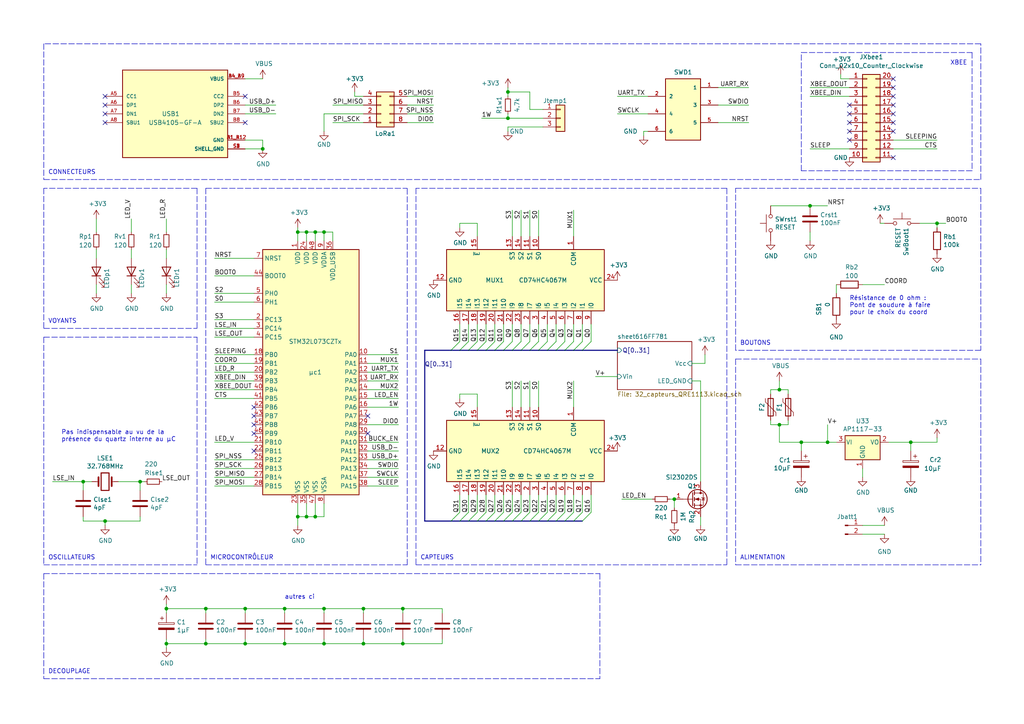
<source format=kicad_sch>
(kicad_sch (version 20211123) (generator eeschema)
  (paper "A4")
  (title_block (title "SysBee - Carte de comptage") (rev "1") (company "IUT de Cachan - GEII"))
  (junction (at 234.95 59.69))
  (junction (at 116.84 186.69))
  (junction (at 88.9 67.31))
  (junction (at 147.32 34.29))
  (junction (at 30.48 151.13))
  (junction (at 76.2 43.18))
  (junction (at 82.55 176.53))
  (junction (at 59.69 176.53))
  (junction (at 86.36 149.86))
  (junction (at 240.03 128.27))
  (junction (at 40.64 139.7))
  (junction (at 91.44 67.31))
  (junction (at 105.41 176.53))
  (junction (at 82.55 186.69))
  (junction (at 24.13 139.7))
  (junction (at 226.06 123.19))
  (junction (at 88.9 149.86))
  (junction (at 71.12 186.69))
  (junction (at 226.06 113.03))
  (junction (at 93.98 186.69))
  (junction (at 93.98 67.31))
  (junction (at 71.12 176.53))
  (junction (at 232.41 128.27))
  (junction (at 48.26 176.53))
  (junction (at 116.84 176.53))
  (junction (at 59.69 186.69))
  (junction (at 93.98 176.53))
  (junction (at 271.78 64.77))
  (junction (at 147.32 26.67))
  (junction (at 86.36 67.31))
  (junction (at 264.16 128.27))
  (junction (at 195.58 144.78))
  (junction (at 91.44 149.86))
  (junction (at 105.41 186.69))
  (junction (at 48.26 186.69))
  (no_connect (at 73.66 120.65))
  (no_connect (at 30.48 33.02))
  (no_connect (at 259.08 22.86))
  (no_connect (at 259.08 45.72))
  (no_connect (at 259.08 38.1))
  (no_connect (at 259.08 35.56))
  (no_connect (at 259.08 33.02))
  (no_connect (at 259.08 30.48))
  (no_connect (at 259.08 27.94))
  (no_connect (at 259.08 25.4))
  (no_connect (at 246.38 38.1))
  (no_connect (at 246.38 40.64))
  (no_connect (at 73.66 125.73))
  (no_connect (at 30.48 30.48))
  (no_connect (at 73.66 130.81))
  (no_connect (at 71.12 27.94))
  (no_connect (at 73.66 123.19))
  (no_connect (at 30.48 35.56))
  (no_connect (at 30.48 27.94))
  (no_connect (at 106.68 125.73))
  (no_connect (at 246.38 30.48))
  (no_connect (at 71.12 35.56))
  (no_connect (at 106.68 120.65))
  (no_connect (at 246.38 33.02))
  (no_connect (at 73.66 118.11))
  (no_connect (at 246.38 35.56))
  (bus_entry (at 140.97 148.59) (size -2.54 2.54))
  (bus_entry (at 171.45 148.59) (size -2.54 2.54))
  (bus_entry (at 151.13 99.06) (size -2.54 2.54))
  (bus_entry (at 138.43 99.06) (size -2.54 2.54))
  (bus_entry (at 133.35 148.59) (size -2.54 2.54))
  (bus_entry (at 168.91 148.59) (size -2.54 2.54))
  (bus_entry (at 148.59 148.59) (size -2.54 2.54))
  (bus_entry (at 143.51 99.06) (size -2.54 2.54))
  (bus_entry (at 153.67 148.59) (size -2.54 2.54))
  (bus_entry (at 161.29 148.59) (size -2.54 2.54))
  (bus_entry (at 163.83 148.59) (size -2.54 2.54))
  (bus_entry (at 153.67 99.06) (size -2.54 2.54))
  (bus_entry (at 163.83 99.06) (size -2.54 2.54))
  (bus_entry (at 161.29 99.06) (size -2.54 2.54))
  (bus_entry (at 135.89 99.06) (size -2.54 2.54))
  (bus_entry (at 168.91 99.06) (size -2.54 2.54))
  (bus_entry (at 146.05 99.06) (size -2.54 2.54))
  (bus_entry (at 138.43 148.59) (size -2.54 2.54))
  (bus_entry (at 156.21 99.06) (size -2.54 2.54))
  (bus_entry (at 143.51 148.59) (size -2.54 2.54))
  (bus_entry (at 166.37 148.59) (size -2.54 2.54))
  (bus_entry (at 151.13 148.59) (size -2.54 2.54))
  (bus_entry (at 148.59 99.06) (size -2.54 2.54))
  (bus_entry (at 133.35 99.06) (size -2.54 2.54))
  (bus_entry (at 146.05 148.59) (size -2.54 2.54))
  (bus_entry (at 140.97 99.06) (size -2.54 2.54))
  (bus_entry (at 158.75 99.06) (size -2.54 2.54))
  (bus_entry (at 135.89 148.59) (size -2.54 2.54))
  (bus_entry (at 158.75 148.59) (size -2.54 2.54))
  (bus_entry (at 156.21 148.59) (size -2.54 2.54))
  (bus_entry (at 166.37 99.06) (size -2.54 2.54))
  (bus_entry (at 171.45 99.06) (size -2.54 2.54))
  (wire (pts (xy 264.16 128.27) (xy 271.78 128.27)))
  (wire (pts (xy 86.36 149.86) (xy 88.9 149.86)))
  (wire (pts (xy 105.41 186.69) (xy 93.98 186.69)))
  (wire (pts (xy 48.26 186.69) (xy 48.26 185.42)))
  (wire (pts (xy 168.91 93.98) (xy 168.91 99.06)))
  (polyline (pts (xy 12.7 95.25) (xy 57.15 95.25)))
  (wire (pts (xy 217.17 35.56) (xy 208.28 35.56)))
  (wire (pts (xy 147.32 36.83) (xy 147.32 38.1)))
  (wire (pts (xy 59.69 186.69) (xy 48.26 186.69)))
  (wire (pts (xy 86.36 152.4) (xy 86.36 149.86)))
  (wire (pts (xy 48.26 82.55) (xy 48.26 85.09)))
  (wire (pts (xy 71.12 22.86) (xy 76.2 22.86)))
  (polyline (pts (xy 173.99 166.37) (xy 173.99 196.85)))
  (polyline (pts (xy 57.15 54.61) (xy 57.15 95.25)))
  (bus (pts (xy 123.19 151.13) (xy 130.81 151.13)))
  (wire (pts (xy 38.1 63.5) (xy 38.1 67.31)))
  (wire (pts (xy 234.95 43.18) (xy 246.38 43.18)))
  (wire (pts (xy 106.68 113.03) (xy 115.57 113.03)))
  (polyline (pts (xy 213.36 104.14) (xy 213.36 163.83)))
  (wire (pts (xy 204.47 105.41) (xy 204.47 102.87)))
  (bus (pts (xy 146.05 101.6) (xy 148.59 101.6)))
  (wire (pts (xy 93.98 177.8) (xy 93.98 176.53)))
  (wire (pts (xy 147.32 34.29) (xy 157.48 34.29)))
  (wire (pts (xy 62.23 113.03) (xy 73.66 113.03)))
  (wire (pts (xy 82.55 185.42) (xy 82.55 186.69)))
  (wire (pts (xy 195.58 147.32) (xy 195.58 144.78)))
  (wire (pts (xy 91.44 69.85) (xy 91.44 67.31)))
  (bus (pts (xy 140.97 151.13) (xy 143.51 151.13)))
  (polyline (pts (xy 118.11 163.83) (xy 118.11 54.61)))
  (wire (pts (xy 240.03 59.69) (xy 234.95 59.69)))
  (wire (pts (xy 223.52 113.03) (xy 226.06 113.03)))
  (wire (pts (xy 38.1 72.39) (xy 38.1 74.93)))
  (wire (pts (xy 226.06 128.27) (xy 232.41 128.27)))
  (wire (pts (xy 40.64 139.7) (xy 40.64 142.24)))
  (wire (pts (xy 232.41 128.27) (xy 240.03 128.27)))
  (wire (pts (xy 27.94 72.39) (xy 27.94 74.93)))
  (wire (pts (xy 62.23 105.41) (xy 73.66 105.41)))
  (wire (pts (xy 62.23 74.93) (xy 73.66 74.93)))
  (wire (pts (xy 62.23 85.09) (xy 73.66 85.09)))
  (wire (pts (xy 172.72 109.22) (xy 179.07 109.22)))
  (wire (pts (xy 24.13 139.7) (xy 26.67 139.7)))
  (bus (pts (xy 156.21 151.13) (xy 158.75 151.13)))
  (wire (pts (xy 105.41 185.42) (xy 105.41 186.69)))
  (wire (pts (xy 38.1 82.55) (xy 38.1 85.09)))
  (wire (pts (xy 158.75 93.98) (xy 158.75 99.06)))
  (wire (pts (xy 259.08 43.18) (xy 271.78 43.18)))
  (wire (pts (xy 226.06 113.03) (xy 228.6 113.03)))
  (wire (pts (xy 228.6 123.19) (xy 228.6 121.92)))
  (polyline (pts (xy 210.82 54.61) (xy 210.82 163.83)))
  (bus (pts (xy 163.83 151.13) (xy 166.37 151.13)))
  (wire (pts (xy 138.43 114.3) (xy 138.43 118.11)))
  (wire (pts (xy 62.23 92.71) (xy 73.66 92.71)))
  (wire (pts (xy 147.32 25.4) (xy 147.32 26.67)))
  (wire (pts (xy 88.9 67.31) (xy 91.44 67.31)))
  (polyline (pts (xy 284.48 54.61) (xy 284.48 101.6)))
  (wire (pts (xy 93.98 185.42) (xy 93.98 186.69)))
  (wire (pts (xy 133.35 64.77) (xy 138.43 64.77)))
  (wire (pts (xy 148.59 143.51) (xy 148.59 148.59)))
  (wire (pts (xy 73.66 102.87) (xy 62.23 102.87)))
  (wire (pts (xy 115.57 110.49) (xy 106.68 110.49)))
  (wire (pts (xy 106.68 138.43) (xy 115.57 138.43)))
  (wire (pts (xy 153.67 93.98) (xy 153.67 99.06)))
  (wire (pts (xy 186.69 38.1) (xy 186.69 39.37)))
  (bus (pts (xy 130.81 151.13) (xy 133.35 151.13)))
  (wire (pts (xy 138.43 93.98) (xy 138.43 99.06)))
  (wire (pts (xy 73.66 138.43) (xy 62.23 138.43)))
  (wire (pts (xy 195.58 144.78) (xy 194.31 144.78)))
  (polyline (pts (xy 12.7 166.37) (xy 173.99 166.37)))
  (wire (pts (xy 153.67 148.59) (xy 153.67 143.51)))
  (bus (pts (xy 143.51 151.13) (xy 146.05 151.13)))
  (wire (pts (xy 93.98 149.86) (xy 93.98 146.05)))
  (bus (pts (xy 158.75 101.6) (xy 161.29 101.6)))
  (wire (pts (xy 257.81 128.27) (xy 264.16 128.27)))
  (wire (pts (xy 62.23 110.49) (xy 73.66 110.49)))
  (wire (pts (xy 271.78 64.77) (xy 271.78 66.04)))
  (bus (pts (xy 153.67 101.6) (xy 156.21 101.6)))
  (wire (pts (xy 140.97 148.59) (xy 140.97 143.51)))
  (wire (pts (xy 73.66 87.63) (xy 62.23 87.63)))
  (wire (pts (xy 148.59 93.98) (xy 148.59 99.06)))
  (wire (pts (xy 166.37 148.59) (xy 166.37 143.51)))
  (wire (pts (xy 71.12 185.42) (xy 71.12 186.69)))
  (wire (pts (xy 146.05 93.98) (xy 146.05 99.06)))
  (wire (pts (xy 118.11 27.94) (xy 125.73 27.94)))
  (bus (pts (xy 138.43 101.6) (xy 140.97 101.6)))
  (wire (pts (xy 147.32 33.02) (xy 147.32 34.29)))
  (bus (pts (xy 148.59 101.6) (xy 151.13 101.6)))
  (polyline (pts (xy 284.48 101.6) (xy 213.36 101.6)))
  (bus (pts (xy 151.13 101.6) (xy 153.67 101.6)))
  (wire (pts (xy 161.29 148.59) (xy 161.29 143.51)))
  (wire (pts (xy 106.68 128.27) (xy 115.57 128.27)))
  (wire (pts (xy 93.98 176.53) (xy 105.41 176.53)))
  (wire (pts (xy 264.16 130.81) (xy 264.16 128.27)))
  (wire (pts (xy 156.21 118.11) (xy 156.21 110.49)))
  (polyline (pts (xy 284.48 52.07) (xy 284.48 12.7)))
  (wire (pts (xy 232.41 130.81) (xy 232.41 128.27)))
  (wire (pts (xy 82.55 176.53) (xy 93.98 176.53)))
  (bus (pts (xy 163.83 101.6) (xy 166.37 101.6)))
  (bus (pts (xy 135.89 151.13) (xy 138.43 151.13)))
  (wire (pts (xy 86.36 67.31) (xy 86.36 66.04)))
  (wire (pts (xy 271.78 127) (xy 271.78 128.27)))
  (bus (pts (xy 153.67 151.13) (xy 156.21 151.13)))
  (bus (pts (xy 146.05 151.13) (xy 148.59 151.13)))
  (wire (pts (xy 240.03 128.27) (xy 242.57 128.27)))
  (wire (pts (xy 62.23 115.57) (xy 73.66 115.57)))
  (bus (pts (xy 123.19 151.13) (xy 123.19 101.6)))
  (wire (pts (xy 30.48 151.13) (xy 30.48 152.4)))
  (wire (pts (xy 24.13 149.86) (xy 24.13 151.13)))
  (polyline (pts (xy 12.7 12.7) (xy 12.7 52.07)))
  (wire (pts (xy 243.84 22.86) (xy 246.38 22.86)))
  (wire (pts (xy 135.89 99.06) (xy 135.89 93.98)))
  (wire (pts (xy 180.34 144.78) (xy 189.23 144.78)))
  (wire (pts (xy 40.64 139.7) (xy 41.91 139.7)))
  (wire (pts (xy 153.67 26.67) (xy 153.67 31.75)))
  (wire (pts (xy 203.2 152.4) (xy 203.2 149.86)))
  (wire (pts (xy 59.69 177.8) (xy 59.69 176.53)))
  (wire (pts (xy 48.26 187.96) (xy 48.26 186.69)))
  (polyline (pts (xy 120.65 54.61) (xy 120.65 163.83)))
  (polyline (pts (xy 281.94 49.53) (xy 232.41 49.53)))
  (wire (pts (xy 138.43 143.51) (xy 138.43 148.59)))
  (wire (pts (xy 80.01 30.48) (xy 71.12 30.48)))
  (wire (pts (xy 179.07 33.02) (xy 187.96 33.02)))
  (wire (pts (xy 242.57 82.55) (xy 242.57 85.09)))
  (wire (pts (xy 143.51 143.51) (xy 143.51 148.59)))
  (polyline (pts (xy 12.7 52.07) (xy 284.48 52.07)))
  (wire (pts (xy 96.52 30.48) (xy 105.41 30.48)))
  (wire (pts (xy 274.32 64.77) (xy 271.78 64.77)))
  (polyline (pts (xy 213.36 163.83) (xy 284.48 163.83)))
  (wire (pts (xy 73.66 97.79) (xy 62.23 97.79)))
  (wire (pts (xy 105.41 176.53) (xy 116.84 176.53)))
  (wire (pts (xy 116.84 176.53) (xy 128.27 176.53)))
  (bus (pts (xy 143.51 101.6) (xy 146.05 101.6)))
  (wire (pts (xy 118.11 35.56) (xy 125.73 35.56)))
  (wire (pts (xy 62.23 140.97) (xy 73.66 140.97)))
  (wire (pts (xy 116.84 185.42) (xy 116.84 186.69)))
  (wire (pts (xy 156.21 68.58) (xy 156.21 60.96)))
  (polyline (pts (xy 57.15 54.61) (xy 12.7 54.61)))
  (wire (pts (xy 133.35 143.51) (xy 133.35 148.59)))
  (wire (pts (xy 166.37 99.06) (xy 166.37 93.98)))
  (wire (pts (xy 153.67 31.75) (xy 157.48 31.75)))
  (bus (pts (xy 130.81 101.6) (xy 133.35 101.6)))
  (wire (pts (xy 125.73 33.02) (xy 118.11 33.02)))
  (wire (pts (xy 115.57 140.97) (xy 106.68 140.97)))
  (wire (pts (xy 71.12 186.69) (xy 59.69 186.69)))
  (wire (pts (xy 223.52 113.03) (xy 223.52 114.3)))
  (wire (pts (xy 106.68 133.35) (xy 115.57 133.35)))
  (polyline (pts (xy 12.7 54.61) (xy 12.7 95.25)))
  (wire (pts (xy 86.36 67.31) (xy 86.36 69.85)))
  (wire (pts (xy 171.45 93.98) (xy 171.45 99.06)))
  (polyline (pts (xy 12.7 97.79) (xy 12.7 163.83)))
  (wire (pts (xy 76.2 40.64) (xy 76.2 43.18)))
  (wire (pts (xy 62.23 95.25) (xy 73.66 95.25)))
  (wire (pts (xy 161.29 99.06) (xy 161.29 93.98)))
  (wire (pts (xy 24.13 151.13) (xy 30.48 151.13)))
  (wire (pts (xy 250.19 138.43) (xy 250.19 135.89)))
  (wire (pts (xy 133.35 66.04) (xy 133.35 64.77)))
  (wire (pts (xy 200.66 110.49) (xy 203.2 110.49)))
  (bus (pts (xy 158.75 151.13) (xy 161.29 151.13)))
  (bus (pts (xy 123.19 101.6) (xy 130.81 101.6)))
  (wire (pts (xy 96.52 67.31) (xy 93.98 67.31)))
  (wire (pts (xy 34.29 139.7) (xy 40.64 139.7)))
  (wire (pts (xy 148.59 68.58) (xy 148.59 60.96)))
  (polyline (pts (xy 232.41 15.24) (xy 281.94 15.24)))
  (polyline (pts (xy 59.69 54.61) (xy 118.11 54.61)))
  (wire (pts (xy 147.32 26.67) (xy 147.32 27.94)))
  (wire (pts (xy 148.59 118.11) (xy 148.59 110.49)))
  (wire (pts (xy 128.27 176.53) (xy 128.27 177.8)))
  (wire (pts (xy 71.12 177.8) (xy 71.12 176.53)))
  (wire (pts (xy 88.9 149.86) (xy 91.44 149.86)))
  (wire (pts (xy 171.45 148.59) (xy 171.45 143.51)))
  (polyline (pts (xy 210.82 54.61) (xy 120.65 54.61)))
  (wire (pts (xy 203.2 110.49) (xy 203.2 139.7)))
  (wire (pts (xy 71.12 33.02) (xy 80.01 33.02)))
  (wire (pts (xy 151.13 68.58) (xy 151.13 60.96)))
  (bus (pts (xy 133.35 151.13) (xy 135.89 151.13)))
  (polyline (pts (xy 213.36 54.61) (xy 284.48 54.61)))
  (wire (pts (xy 226.06 123.19) (xy 226.06 128.27)))
  (wire (pts (xy 133.35 114.3) (xy 138.43 114.3)))
  (bus (pts (xy 161.29 151.13) (xy 163.83 151.13)))
  (wire (pts (xy 243.84 21.59) (xy 243.84 22.86)))
  (wire (pts (xy 151.13 93.98) (xy 151.13 99.06)))
  (wire (pts (xy 240.03 123.19) (xy 240.03 128.27)))
  (polyline (pts (xy 12.7 163.83) (xy 57.15 163.83)))
  (bus (pts (xy 156.21 101.6) (xy 158.75 101.6)))
  (wire (pts (xy 48.26 176.53) (xy 59.69 176.53)))
  (polyline (pts (xy 59.69 54.61) (xy 59.69 163.83)))
  (wire (pts (xy 106.68 107.95) (xy 115.57 107.95)))
  (wire (pts (xy 48.26 176.53) (xy 48.26 177.8)))
  (wire (pts (xy 88.9 69.85) (xy 88.9 67.31)))
  (wire (pts (xy 128.27 186.69) (xy 116.84 186.69)))
  (bus (pts (xy 148.59 151.13) (xy 151.13 151.13)))
  (wire (pts (xy 217.17 25.4) (xy 208.28 25.4)))
  (wire (pts (xy 234.95 69.85) (xy 234.95 67.31)))
  (wire (pts (xy 96.52 35.56) (xy 105.41 35.56)))
  (wire (pts (xy 48.26 175.26) (xy 48.26 176.53)))
  (wire (pts (xy 106.68 102.87) (xy 115.57 102.87)))
  (wire (pts (xy 91.44 67.31) (xy 93.98 67.31)))
  (wire (pts (xy 24.13 142.24) (xy 24.13 139.7)))
  (bus (pts (xy 151.13 151.13) (xy 153.67 151.13)))
  (wire (pts (xy 48.26 63.5) (xy 48.26 67.31)))
  (wire (pts (xy 115.57 123.19) (xy 106.68 123.19)))
  (wire (pts (xy 102.87 27.94) (xy 105.41 27.94)))
  (wire (pts (xy 256.54 152.4) (xy 250.19 152.4)))
  (wire (pts (xy 93.98 38.1) (xy 93.98 33.02)))
  (bus (pts (xy 166.37 101.6) (xy 168.91 101.6)))
  (wire (pts (xy 115.57 135.89) (xy 106.68 135.89)))
  (wire (pts (xy 82.55 177.8) (xy 82.55 176.53)))
  (wire (pts (xy 71.12 43.18) (xy 76.2 43.18)))
  (wire (pts (xy 96.52 69.85) (xy 96.52 67.31)))
  (wire (pts (xy 106.68 105.41) (xy 115.57 105.41)))
  (wire (pts (xy 59.69 176.53) (xy 71.12 176.53)))
  (polyline (pts (xy 281.94 15.24) (xy 281.94 49.53)))
  (wire (pts (xy 27.94 82.55) (xy 27.94 85.09)))
  (wire (pts (xy 187.96 27.94) (xy 179.07 27.94)))
  (bus (pts (xy 140.97 101.6) (xy 143.51 101.6)))
  (wire (pts (xy 40.64 151.13) (xy 40.64 149.86)))
  (wire (pts (xy 250.19 82.55) (xy 256.54 82.55)))
  (wire (pts (xy 168.91 143.51) (xy 168.91 148.59)))
  (wire (pts (xy 59.69 185.42) (xy 59.69 186.69)))
  (polyline (pts (xy 284.48 104.14) (xy 284.48 163.83)))
  (wire (pts (xy 91.44 146.05) (xy 91.44 149.86)))
  (wire (pts (xy 73.66 107.95) (xy 62.23 107.95)))
  (wire (pts (xy 133.35 114.3) (xy 133.35 115.57)))
  (wire (pts (xy 88.9 146.05) (xy 88.9 149.86)))
  (polyline (pts (xy 213.36 104.14) (xy 284.48 104.14)))
  (wire (pts (xy 156.21 143.51) (xy 156.21 148.59)))
  (wire (pts (xy 140.97 93.98) (xy 140.97 99.06)))
  (wire (pts (xy 151.13 118.11) (xy 151.13 110.49)))
  (wire (pts (xy 151.13 148.59) (xy 151.13 143.51)))
  (polyline (pts (xy 12.7 196.85) (xy 173.99 196.85)))
  (bus (pts (xy 138.43 151.13) (xy 140.97 151.13)))
  (wire (pts (xy 234.95 25.4) (xy 246.38 25.4)))
  (wire (pts (xy 105.41 33.02) (xy 93.98 33.02)))
  (bus (pts (xy 161.29 101.6) (xy 163.83 101.6)))
  (wire (pts (xy 105.41 176.53) (xy 105.41 177.8)))
  (wire (pts (xy 71.12 40.64) (xy 76.2 40.64)))
  (wire (pts (xy 62.23 135.89) (xy 73.66 135.89)))
  (wire (pts (xy 30.48 151.13) (xy 40.64 151.13)))
  (wire (pts (xy 166.37 68.58) (xy 166.37 60.96)))
  (polyline (pts (xy 57.15 97.79) (xy 57.15 163.83)))
  (wire (pts (xy 200.66 105.41) (xy 204.47 105.41)))
  (wire (pts (xy 125.73 30.48) (xy 118.11 30.48)))
  (wire (pts (xy 86.36 146.05) (xy 86.36 149.86)))
  (bus (pts (xy 166.37 151.13) (xy 168.91 151.13)))
  (wire (pts (xy 256.54 64.77) (xy 255.27 64.77)))
  (wire (pts (xy 146.05 148.59) (xy 146.05 143.51)))
  (wire (pts (xy 163.83 143.51) (xy 163.83 148.59)))
  (wire (pts (xy 234.95 27.94) (xy 246.38 27.94)))
  (polyline (pts (xy 284.48 12.7) (xy 12.7 12.7)))
  (wire (pts (xy 153.67 118.11) (xy 153.67 110.49)))
  (wire (pts (xy 208.28 30.48) (xy 217.17 30.48)))
  (wire (pts (xy 223.52 59.69) (xy 234.95 59.69)))
  (wire (pts (xy 116.84 177.8) (xy 116.84 176.53)))
  (polyline (pts (xy 213.36 101.6) (xy 213.36 54.61)))
  (wire (pts (xy 158.75 143.51) (xy 158.75 148.59)))
  (wire (pts (xy 266.7 64.77) (xy 271.78 64.77)))
  (wire (pts (xy 226.06 123.19) (xy 228.6 123.19)))
  (wire (pts (xy 139.7 34.29) (xy 147.32 34.29)))
  (wire (pts (xy 223.52 121.92) (xy 223.52 123.19)))
  (polyline (pts (xy 59.69 163.83) (xy 118.11 163.83)))
  (wire (pts (xy 157.48 36.83) (xy 147.32 36.83)))
  (wire (pts (xy 115.57 130.81) (xy 106.68 130.81)))
  (wire (pts (xy 226.06 110.49) (xy 226.06 113.03)))
  (wire (pts (xy 135.89 148.59) (xy 135.89 143.51)))
  (wire (pts (xy 271.78 40.64) (xy 259.08 40.64)))
  (wire (pts (xy 153.67 68.58) (xy 153.67 60.96)))
  (wire (pts (xy 166.37 118.11) (xy 166.37 110.49)))
  (wire (pts (xy 73.66 80.01) (xy 62.23 80.01)))
  (wire (pts (xy 223.52 123.19) (xy 226.06 123.19)))
  (polyline (pts (xy 232.41 49.53) (xy 232.41 15.24)))
  (wire (pts (xy 86.36 67.31) (xy 88.9 67.31)))
  (wire (pts (xy 93.98 69.85) (xy 93.98 67.31)))
  (wire (pts (xy 27.94 63.5) (xy 27.94 67.31)))
  (wire (pts (xy 133.35 93.98) (xy 133.35 99.06)))
  (wire (pts (xy 228.6 114.3) (xy 228.6 113.03)))
  (polyline (pts (xy 12.7 97.79) (xy 57.15 97.79)))
  (wire (pts (xy 71.12 176.53) (xy 82.55 176.53)))
  (wire (pts (xy 102.87 26.67) (xy 102.87 27.94)))
  (polyline (pts (xy 12.7 166.37) (xy 12.7 196.85)))
  (wire (pts (xy 93.98 186.69) (xy 82.55 186.69)))
  (wire (pts (xy 15.24 139.7) (xy 24.13 139.7)))
  (wire (pts (xy 147.32 26.67) (xy 153.67 26.67)))
  (wire (pts (xy 128.27 185.42) (xy 128.27 186.69)))
  (bus (pts (xy 133.35 101.6) (xy 135.89 101.6)))
  (wire (pts (xy 62.23 133.35) (xy 73.66 133.35)))
  (wire (pts (xy 256.54 154.94) (xy 250.19 154.94)))
  (wire (pts (xy 163.83 93.98) (xy 163.83 99.06)))
  (wire (pts (xy 91.44 149.86) (xy 93.98 149.86)))
  (bus (pts (xy 168.91 101.6) (xy 179.07 101.6)))
  (wire (pts (xy 143.51 93.98) (xy 143.51 99.06)))
  (wire (pts (xy 116.84 186.69) (xy 105.41 186.69)))
  (wire (pts (xy 62.23 128.27) (xy 73.66 128.27)))
  (wire (pts (xy 156.21 93.98) (xy 156.21 99.06)))
  (wire (pts (xy 138.43 64.77) (xy 138.43 68.58)))
  (wire (pts (xy 48.26 72.39) (xy 48.26 74.93)))
  (bus (pts (xy 135.89 101.6) (xy 138.43 101.6)))
  (wire (pts (xy 187.96 38.1) (xy 186.69 38.1)))
  (polyline (pts (xy 120.65 163.83) (xy 210.82 163.83)))
  (wire (pts (xy 106.68 115.57) (xy 115.57 115.57)))
  (wire (pts (xy 82.55 186.69) (xy 71.12 186.69)))
  (wire (pts (xy 115.57 118.11) (xy 106.68 118.11)))
  (text "OSCILLATEURS" (at 13.97 162.56 0) (effects (font (size 1.27 1.27)) (justify left bottom)))
  (text "DECOUPLAGE" (at 13.97 195.58 0) (effects (font (size 1.27 1.27)) (justify left bottom)))
  (text "ALIMENTATION\n" (at 214.63 162.56 0) (effects (font (size 1.27 1.27)) (justify left bottom)))
  (text "VOYANTS" (at 13.97 93.98 0) (effects (font (size 1.27 1.27)) (justify left bottom)))
  (text "BOUTONS" (at 214.63 100.33 0) (effects (font (size 1.27 1.27)) (justify left bottom)))
  (text "Résistance de 0 ohm :\nPont de soudure à faire\npour le choix du coord" (at 246.38 91.44 0) (effects (font (size 1.27 1.27)) (justify left bottom)))
  (text "CONNECTEURS" (at 13.97 50.8 0) (effects (font (size 1.27 1.27)) (justify left bottom)))
  (text "MICROCONTRÔLEUR" (at 60.96 162.56 0) (effects (font (size 1.27 1.27)) (justify left bottom)))
  (text "autres ci" (at 82.55 173.99 0) (effects (font (size 1.27 1.27)) (justify left bottom)))
  (text "Pas indispensable au vu de la \nprésence du quartz interne au µC\n" (at 17.78 128.27 0) (effects (font (size 1.27 1.27)) (justify left bottom)))
  (text "XBEE\n" (at 275.59 19.05 0) (effects (font (size 1.27 1.27)) (justify left bottom)))
  (text "CAPTEURS" (at 121.92 162.56 0) (effects (font (size 1.27 1.27)) (justify left bottom)))
  (label "BOOT0" (at 274.32 64.77 0))
  (label "LED_R" (at 48.26 63.5 90))
  (label "V+" (at 240.03 123.19 0))
  (label "S1" (at 115.57 102.87 180))
  (label "S3" (at 148.59 110.49 270))
  (label "SWDIO" (at 115.57 135.89 180))
  (label "Q13" (at 138.43 95.25 270))
  (label "S0" (at 62.23 87.63 0))
  (label "SLEEP" (at 234.95 43.18 0))
  (label "S1" (at 153.67 110.49 270))
  (label "S0" (at 156.21 110.49 270))
  (label "LED_R" (at 62.23 107.95 0))
  (label "Q16" (at 171.45 144.78 270))
  (label "NRST" (at 217.17 35.56 180))
  (label "UART_TX" (at 179.07 27.94 0))
  (label "1W" (at 139.7 34.29 0))
  (label "LSE_IN" (at 62.23 95.25 0))
  (label "Q6" (at 156.21 95.25 270))
  (label "LED_EN" (at 115.57 115.57 180))
  (label "S2" (at 151.13 60.96 270))
  (label "SPI_MISO" (at 62.23 138.43 0))
  (label "NRST" (at 125.73 30.48 180))
  (label "SLEEPING" (at 271.78 40.64 180))
  (label "LSE_OUT" (at 46.99 139.7 0))
  (label "S2" (at 62.23 85.09 0))
  (label "LSE_IN" (at 15.24 139.7 0))
  (label "Q7" (at 153.67 95.25 270))
  (label "DIO0" (at 125.73 35.56 180))
  (label "Q15" (at 133.35 95.25 270))
  (label "UART_RX" (at 217.17 25.4 180))
  (label "DIO0" (at 115.57 123.19 180))
  (label "Q24" (at 151.13 144.78 270))
  (label "S1" (at 153.67 60.96 270))
  (label "S3" (at 148.59 60.96 270))
  (label "NRST" (at 62.23 74.93 0))
  (label "Q29" (at 138.43 144.78 270))
  (label "USB_D+" (at 80.01 30.48 180))
  (label "BOOT0" (at 62.23 80.01 0))
  (label "XBEE_DOUT" (at 234.95 25.4 0))
  (label "SPI_MOSI" (at 125.73 27.94 180))
  (label "SPI_NSS" (at 62.23 133.35 0))
  (label "SLEEP" (at 115.57 140.97 180))
  (label "Q18" (at 166.37 144.78 270))
  (label "COORD" (at 256.54 82.55 0))
  (label "Q17" (at 168.91 144.78 270))
  (label "V+" (at 172.72 109.22 0))
  (label "S3" (at 62.23 92.71 0))
  (label "SLEEPING" (at 62.23 102.87 0))
  (label "Q28" (at 140.97 144.78 270))
  (label "XBEE_DIN" (at 62.23 110.49 0))
  (label "Q23" (at 153.67 144.78 270))
  (label "COORD" (at 62.23 105.41 0))
  (label "USB_D-" (at 115.57 130.81 180))
  (label "SWDIO" (at 217.17 30.48 180))
  (label "MUX2" (at 115.57 113.03 180))
  (label "S0" (at 156.21 60.96 270))
  (label "SWCLK" (at 115.57 138.43 180))
  (label "CTS" (at 271.78 43.18 180))
  (label "SPI_NSS" (at 125.73 33.02 180))
  (label "Q1" (at 168.91 95.25 270))
  (label "Q27" (at 143.51 144.78 270))
  (label "MUX1" (at 115.57 105.41 180))
  (label "UART_RX" (at 115.57 110.49 180))
  (label "Q26" (at 146.05 144.78 270))
  (label "Q19" (at 163.83 144.78 270))
  (label "LED_EN" (at 180.34 144.78 0))
  (label "BUCK_EN" (at 115.57 128.27 180))
  (label "USB_D-" (at 80.01 33.02 180))
  (label "UART_TX" (at 115.57 107.95 180))
  (label "LED_V" (at 62.23 128.27 0))
  (label "USB_D+" (at 115.57 133.35 180))
  (label "LSE_OUT" (at 62.23 97.79 0))
  (label "Q14" (at 135.89 95.25 270))
  (label "1W" (at 115.57 118.11 180))
  (label "Q25" (at 148.59 144.78 270))
  (label "NRST" (at 240.03 59.69 0))
  (label "Q31" (at 133.35 144.78 270))
  (label "SPI_SCK" (at 96.52 35.56 0))
  (label "Q21" (at 158.75 144.78 270))
  (label "MUX1" (at 166.37 60.96 270))
  (label "Q12" (at 140.97 95.25 270))
  (label "SWCLK" (at 179.07 33.02 0))
  (label "Q20" (at 161.29 144.78 270))
  (label "Q[0..31]" (at 123.19 106.68 0))
  (label "SPI_MISO" (at 96.52 30.48 0))
  (label "S2" (at 151.13 110.49 270))
  (label "SPI_SCK" (at 62.23 135.89 0))
  (label "Q4" (at 161.29 95.25 270))
  (label "Q9" (at 148.59 95.25 270))
  (label "Q3" (at 163.83 95.25 270))
  (label "LED_V" (at 38.1 63.5 90))
  (label "XBEE_DIN" (at 234.95 27.94 0))
  (label "Q0" (at 171.45 95.25 270))
  (label "XBEE_DOUT" (at 62.23 113.03 0))
  (label "Q11" (at 143.51 95.25 270))
  (label "Q8" (at 151.13 95.25 270))
  (label "MUX2" (at 166.37 110.49 270))
  (label "SPI_MOSI" (at 62.23 140.97 0))
  (label "Q10" (at 146.05 95.25 270))
  (label "CTS" (at 62.23 115.57 0))
  (label "Q5" (at 158.75 95.25 270))
  (label "Q2" (at 166.37 95.25 270))
  (label "Q22" (at 156.21 144.78 270))
  (label "Q30" (at 135.89 144.78 270))
  (symbol (lib_id "MCU_ST_STM32L0:STM32L073CZTx") (at 91.44 107.95 0) (unit 1)
    (property "Reference" "µc1" (at 91.44 107.95 0))
    (property "Value" "STM32L073CZTx" (at 91.44 99.06 0))
    (property "Footprint" "Package_QFP:LQFP-48_7x7mm_P0.5mm" (effects hide))
    (property "Datasheet" "http://www.st.com/st-web-ui/static/active/en/resource/technical/document/datasheet/DM00141036.pdf" (effects hide))
  )
  (symbol (lib_id "Device:LED") (at 27.94 78.74 90) (unit 1)
    (property "Reference" "LEDp1" (at 30.9372 77.7494 0) (effects (justify right)))
    (property "Value" "LED" (effects hide))
    (property "Footprint" "Diode_SMD:D_1206_3216Metric" (effects hide))
  )
  (symbol (lib_id "power:GND") (at 27.94 85.09 0) (unit 1)
    (property "Reference" "#PWR013" (effects hide))
    (property "Value" "GND" (at 28.067 89.4842 0))
  )
  (symbol (lib_id "power:+3.3V") (at 27.94 63.5 0) (unit 1)
    (property "Reference" "#PWR04" (effects hide))
    (property "Value" "+3.3V" (at 28.321 59.1058 0))
  )
  (symbol (lib_id "power:+3.3V") (at 86.36 66.04 0) (unit 1)
    (property "Reference" "#PWR01" (effects hide))
    (property "Value" "+3.3V" (at 86.741 61.6458 0))
  )
  (symbol (lib_id "power:GND") (at 86.36 152.4 0) (unit 1)
    (property "Reference" "#PWR020" (effects hide))
    (property "Value" "GND" (at 86.487 156.7942 0))
  )
  (symbol (lib_id "Device:C") (at 234.95 63.5 0) (unit 1)
    (property "Reference" "Crst1" (at 237.871 62.3316 0) (effects (justify left)))
    (property "Value" "100nF" (at 237.871 64.643 0) (effects (justify left)))
    (property "Footprint" "Capacitor_SMD:C_1206_3216Metric" (effects hide))
  )
  (symbol (lib_id "power:GND") (at 234.95 69.85 0) (unit 1)
    (property "Reference" "#PWR06" (effects hide))
    (property "Value" "GND" (at 235.077 74.2442 0))
  )
  (symbol (lib_id "power:GND") (at 223.52 69.85 0) (unit 1)
    (property "Reference" "#PWR05" (effects hide))
    (property "Value" "GND" (at 223.647 74.2442 0))
  )
  (symbol (lib_id "Switch:SW_Push") (at 223.52 64.77 90) (unit 1)
    (property "Reference" "SWrst1" (at 224.7392 63.6016 90) (effects (justify right)))
    (property "Value" "RESET" (at 224.7392 65.913 90) (effects (justify right)))
    (property "Footprint" "Connector_PinHeader_2.54mm:PinHeader_1x02_P2.54mm_Vertical" (effects hide))
  )
  (symbol (lib_id "power:+3.3V") (at 48.26 175.26 0) (unit 1)
    (property "Reference" "#PWR025" (effects hide))
    (property "Value" "+3.3V" (at 48.641 170.8658 0))
  )
  (symbol (lib_id "Device:C") (at 59.69 181.61 0) (unit 1)
    (property "Reference" "C2" (at 62.611 180.4416 0) (effects (justify left)))
    (property "Value" "100nF" (at 62.611 182.753 0) (effects (justify left)))
    (property "Footprint" "Capacitor_SMD:C_1206_3216Metric" (effects hide))
  )
  (symbol (lib_id "Device:CP") (at 48.26 181.61 0) (unit 1)
    (property "Reference" "C1" (at 51.2572 180.4416 0) (effects (justify left)))
    (property "Value" "1µF" (at 51.2572 182.753 0) (effects (justify left)))
    (property "Footprint" "Capacitor_SMD:C_1206_3216Metric" (effects hide))
  )
  (symbol (lib_id "Device:C") (at 71.12 181.61 0) (unit 1)
    (property "Reference" "C3" (at 74.041 180.4416 0) (effects (justify left)))
    (property "Value" "100nF" (at 74.041 182.753 0) (effects (justify left)))
    (property "Footprint" "Capacitor_SMD:C_1206_3216Metric" (effects hide))
  )
  (symbol (lib_id "Device:C") (at 82.55 181.61 0) (unit 1)
    (property "Reference" "C4" (at 85.471 180.4416 0) (effects (justify left)))
    (property "Value" "100nF" (at 85.471 182.753 0) (effects (justify left)))
    (property "Footprint" "Capacitor_SMD:C_1206_3216Metric" (effects hide))
  )
  (symbol (lib_id "Device:C") (at 93.98 181.61 0) (unit 1)
    (property "Reference" "C5" (at 96.901 180.4416 0) (effects (justify left)))
    (property "Value" "100nF" (at 96.901 182.753 0) (effects (justify left)))
    (property "Footprint" "Capacitor_SMD:C_1206_3216Metric" (effects hide))
  )
  (symbol (lib_id "power:+3.3V") (at 255.27 64.77 0) (unit 1)
    (property "Reference" "#PWR011" (effects hide))
    (property "Value" "+3.3V" (at 255.651 60.3758 0))
  )
  (symbol (lib_id "Device:C") (at 105.41 181.61 0) (unit 1)
    (property "Reference" "C6" (at 108.331 180.4416 0) (effects (justify left)))
    (property "Value" "100nF" (at 108.331 182.753 0) (effects (justify left)))
    (property "Footprint" "Capacitor_SMD:C_1206_3216Metric" (effects hide))
  )
  (symbol (lib_id "power:GND") (at 250.19 138.43 0) (unit 1)
    (property "Reference" "#PWR08" (effects hide))
    (property "Value" "GND" (at 250.317 142.8242 0))
  )
  (symbol (lib_id "power:+3.3V") (at 271.78 127 0) (unit 1)
    (property "Reference" "#PWR07" (effects hide))
    (property "Value" "+3.3V" (at 272.161 122.6058 0))
  )
  (symbol (lib_id "power:GND") (at 186.69 39.37 0) (unit 1)
    (property "Reference" "#PWR029" (effects hide))
    (property "Value" "GND" (at 182.88 38.1 0))
  )
  (symbol (lib_id "Device:R") (at 271.78 69.85 0) (unit 1)
    (property "Reference" "Rb1" (at 273.558 68.6816 0) (effects (justify left)))
    (property "Value" "100k" (at 273.558 70.993 0) (effects (justify left)))
    (property "Footprint" "Resistor_SMD:R_1206_3216Metric" (effects hide))
  )
  (symbol (lib_id "power:GND") (at 271.78 73.66 0) (unit 1)
    (property "Reference" "#PWR016" (effects hide))
    (property "Value" "GND" (at 271.907 78.0542 0))
  )
  (symbol (lib_id "Device:LED") (at 38.1 78.74 90) (unit 1)
    (property "Reference" "LEDv1" (at 41.0972 77.7494 0) (effects (justify right)))
    (property "Value" "LED" (effects hide))
    (property "Footprint" "Diode_SMD:D_1206_3216Metric" (effects hide))
  )
  (symbol (lib_id "power:GND") (at 38.1 85.09 0) (unit 1)
    (property "Reference" "#PWR014" (effects hide))
    (property "Value" "GND" (at 38.227 89.4842 0))
  )
  (symbol (lib_id "power:GND") (at 48.26 187.96 0) (unit 1)
    (property "Reference" "#PWR027" (effects hide))
    (property "Value" "GND" (at 48.387 192.3542 0))
  )
  (symbol (lib_id "carte_comptage-rescue:USB4105-GF-A-USB4105-GF-A") (at 50.8 33.02 0) (unit 1)
    (property "Reference" "USB1" (at 49.53 33.02 0))
    (property "Value" "USB4105-GF-A" (at 50.8 35.56 0))
    (property "Footprint" "USB4105-GF-A:GCT_USB4105-GF-A" (effects hide))
    (property "MAXIMUM_PACKAGE_HEIGHT" "3.31 mm" (effects hide))
    (property "PARTREV" "A3" (effects hide))
    (property "STANDARD" "Manufacturer Recommendations" (effects hide))
    (property "MANUFACTURER" "GCT" (effects hide))
  )
  (symbol (lib_id "Connector_Generic:Conn_02x04_Counter_Clockwise") (at 110.49 33.02 0) (mirror x) (unit 1)
    (property "Reference" "LoRa1" (at 111.76 38.735 0))
    (property "Value" "Conn_02x04_Counter_Clockwise" (effects hide))
    (property "Footprint" "Micromatch:ConnectorMicromatch-8" (effects hide))
  )
  (symbol (lib_id "power:GND") (at 76.2 43.18 0) (unit 1)
    (property "Reference" "#PWR033" (effects hide))
    (property "Value" "GND" (at 76.327 47.5742 0))
  )
  (symbol (lib_id "power:VBUS") (at 76.2 22.86 0) (unit 1)
    (property "Reference" "#PWR031" (effects hide))
    (property "Value" "VBUS" (at 76.581 18.4658 0))
  )
  (symbol (lib_id "power:VBUS") (at 226.06 110.49 0) (unit 1)
    (property "Reference" "#PWR02" (effects hide))
    (property "Value" "VBUS" (at 226.441 106.0958 0))
  )
  (symbol (lib_id "power:+3.3V") (at 102.87 26.67 0) (unit 1)
    (property "Reference" "#PWR0119" (effects hide))
    (property "Value" "+3.3V" (at 102.87 22.86 0))
  )
  (symbol (lib_id "Device:Polyfuse") (at 223.52 118.11 0) (unit 1)
    (property "Reference" "F2" (at 220.98 118.11 90))
    (property "Value" "Polyfuse" (effects hide))
    (property "Footprint" "Resistor_SMD:R_1206_3216Metric" (effects hide))
  )
  (symbol (lib_id "power:GND") (at 93.98 38.1 0) (mirror y) (unit 1)
    (property "Reference" "#PWR0118" (effects hide))
    (property "Value" "GND" (at 93.98 41.91 0))
  )
  (symbol (lib_id "Device:Q_NMOS_GSD") (at 200.66 144.78 0) (unit 1)
    (property "Reference" "Q1" (at 199.39 140.97 0) (effects (justify left)))
    (property "Value" "Si2302DS" (at 193.04 138.43 0) (effects (justify left)))
    (property "Footprint" "Package_TO_SOT_SMD:SOT-23" (effects hide))
  )
  (symbol (lib_id "Device:LED") (at 48.26 78.74 90) (unit 1)
    (property "Reference" "LEDr1" (at 51.2572 77.7494 0) (effects (justify right)))
    (property "Value" "LED" (effects hide))
    (property "Footprint" "Diode_SMD:D_1206_3216Metric" (effects hide))
  )
  (symbol (lib_id "power:GND") (at 48.26 85.09 0) (unit 1)
    (property "Reference" "#PWR015" (effects hide))
    (property "Value" "GND" (at 48.387 89.4842 0))
  )
  (symbol (lib_id "carte_comptage-rescue:7-188275-6-7-188275-6") (at 198.12 30.48 0) (unit 1)
    (property "Reference" "SWD1" (at 198.12 20.955 0))
    (property "Value" "SWD" (effects hide))
    (property "Footprint" "7-188275-6:TE_7-188275-6" (effects hide))
    (property "Comment" "7-188275-6" (effects hide))
  )
  (symbol (lib_id "power:GND") (at 203.2 152.4 0) (unit 1)
    (property "Reference" "#PWR0110" (effects hide))
    (property "Value" "GND" (at 203.2 156.21 0))
  )
  (symbol (lib_id "Device:R_Small") (at 191.77 144.78 270) (unit 1)
    (property "Reference" "Rq1" (at 191.77 149.86 90))
    (property "Value" "220" (at 191.77 147.32 90))
    (property "Footprint" "Resistor_SMD:R_1206_3216Metric" (effects hide))
  )
  (symbol (lib_id "Device:R_Small") (at 195.58 149.86 180) (unit 1)
    (property "Reference" "Rq2" (at 200.66 149.86 90))
    (property "Value" "1M" (at 198.12 149.86 90))
    (property "Footprint" "Resistor_SMD:R_1206_3216Metric" (effects hide))
  )
  (symbol (lib_id "power:GND") (at 195.58 152.4 0) (unit 1)
    (property "Reference" "#PWR0122" (effects hide))
    (property "Value" "GND" (at 195.58 156.21 0))
  )
  (symbol (lib_id "74xx:CD74HC4067M") (at 153.67 81.28 270) (unit 1)
    (property "Reference" "MUX1" (at 143.51 81.28 90))
    (property "Value" "CD74HC4067M" (at 157.48 81.28 90))
    (property "Footprint" "Package_SO:SOIC-24W_7.5x15.4mm_P1.27mm" (effects hide))
    (property "Datasheet" "http://www.ti.com/lit/ds/symlink/cd74hc4067.pdf" (effects hide))
  )
  (symbol (lib_id "Device:R_Small") (at 27.94 69.85 0) (unit 1)
    (property "Reference" "Rp1" (at 22.86 68.58 0) (effects (justify left)))
    (property "Value" "120" (at 22.86 71.12 0) (effects (justify left)))
    (property "Footprint" "Resistor_SMD:R_1206_3216Metric" (effects hide))
  )
  (symbol (lib_id "Device:R_Small") (at 38.1 69.85 0) (unit 1)
    (property "Reference" "Rv1" (at 33.02 68.58 0) (effects (justify left)))
    (property "Value" "120" (at 33.02 71.12 0) (effects (justify left)))
    (property "Footprint" "Resistor_SMD:R_1206_3216Metric" (effects hide))
  )
  (symbol (lib_id "Device:R_Small") (at 48.26 69.85 0) (unit 1)
    (property "Reference" "Rr1" (at 43.18 68.58 0) (effects (justify left)))
    (property "Value" "120" (at 43.18 71.12 0) (effects (justify left)))
    (property "Footprint" "Resistor_SMD:R_1206_3216Metric" (effects hide))
  )
  (symbol (lib_id "Device:Crystal") (at 30.48 139.7 0) (unit 1)
    (property "Reference" "LSE1" (at 30.48 132.8928 0))
    (property "Value" "32.768MHz" (at 30.48 135.2042 0))
    (property "Footprint" "Crystal:Crystal_SMD_2012-2Pin_2.0x1.2mm" (effects hide))
  )
  (symbol (lib_id "Device:C") (at 24.13 146.05 0) (unit 1)
    (property "Reference" "Clse1" (at 27.051 144.8816 0) (effects (justify left)))
    (property "Value" "4pF" (at 27.051 147.193 0) (effects (justify left)))
    (property "Footprint" "Capacitor_SMD:C_1206_3216Metric" (effects hide))
  )
  (symbol (lib_id "Device:C") (at 40.64 146.05 0) (unit 1)
    (property "Reference" "Clse2" (at 43.561 144.8816 0) (effects (justify left)))
    (property "Value" "4pF" (at 43.561 147.193 0) (effects (justify left)))
    (property "Footprint" "Capacitor_SMD:C_1206_3216Metric" (effects hide))
  )
  (symbol (lib_id "74xx:CD74HC4067M") (at 153.67 130.81 270) (unit 1)
    (property "Reference" "MUX2" (at 142.24 130.81 90))
    (property "Value" "CD74HC4067M" (at 158.75 130.81 90))
    (property "Footprint" "Package_SO:SOIC-24W_7.5x15.4mm_P1.27mm" (effects hide))
    (property "Datasheet" "http://www.ti.com/lit/ds/symlink/cd74hc4067.pdf" (effects hide))
  )
  (symbol (lib_id "power:+3.3V") (at 179.07 81.28 0) (unit 1)
    (property "Reference" "#PWR0101" (effects hide))
    (property "Value" "+3.3V" (at 179.451 76.8858 0))
  )
  (symbol (lib_id "power:GND") (at 30.48 152.4 0) (unit 1)
    (property "Reference" "#PWR0116" (effects hide))
    (property "Value" "GND" (at 30.607 156.7942 0))
  )
  (symbol (lib_id "Device:R_Small") (at 44.45 139.7 270) (unit 1)
    (property "Reference" "Rlse1" (at 41.91 137.16 90) (effects (justify left)))
    (property "Value" "220" (at 41.91 134.62 90) (effects (justify left)))
    (property "Footprint" "Resistor_SMD:R_1206_3216Metric" (effects hide))
  )
  (symbol (lib_id "power:GND") (at 125.73 130.81 0) (unit 1)
    (property "Reference" "#PWR0102" (effects hide))
    (property "Value" "GND" (at 125.857 135.2042 0))
  )
  (symbol (lib_id "power:GND") (at 125.73 81.28 0) (unit 1)
    (property "Reference" "#PWR0103" (effects hide))
    (property "Value" "GND" (at 125.857 85.6742 0))
  )
  (symbol (lib_id "power:+3.3V") (at 179.07 130.81 0) (unit 1)
    (property "Reference" "#PWR0104" (effects hide))
    (property "Value" "+3.3V" (at 179.07 127 0))
  )
  (symbol (lib_id "power:+3.3V") (at 204.47 102.87 0) (unit 1)
    (property "Reference" "#PWR0105" (effects hide))
    (property "Value" "+3.3V" (at 204.851 98.4758 0))
  )
  (symbol (lib_id "Connector_Generic:Conn_01x03") (at 162.56 34.29 0) (unit 1)
    (property "Reference" "Jtemp1" (at 157.48 29.21 0) (effects (justify left)))
    (property "Value" "1 WIRE" (effects hide))
    (property "Footprint" "Connector_JST:JST_PH_B3B-PH-K_1x03_P2.00mm_Vertical" (effects hide))
  )
  (symbol (lib_id "power:+3.3V") (at 147.32 25.4 0) (mirror y) (unit 1)
    (property "Reference" "#PWR0111" (effects hide))
    (property "Value" "+3.3V" (at 142.24 24.13 0))
  )
  (symbol (lib_id "Device:R_Small") (at 147.32 30.48 180) (unit 1)
    (property "Reference" "R1w1" (at 144.78 30.48 90))
    (property "Value" "4.7k" (at 149.987 30.48 90))
    (property "Footprint" "Resistor_SMD:R_1206_3216Metric" (effects hide))
  )
  (symbol (lib_id "Device:Polyfuse") (at 228.6 118.11 0) (unit 1)
    (property "Reference" "F1" (at 226.06 118.11 90))
    (property "Value" "Polyfuse" (effects hide))
    (property "Footprint" "Resistor_SMD:R_1206_3216Metric" (effects hide))
  )
  (symbol (lib_id "power:GND") (at 147.32 38.1 0) (unit 1)
    (property "Reference" "#PWR0112" (effects hide))
    (property "Value" "GND" (at 149.86 38.1 0))
  )
  (symbol (lib_id "Device:CP") (at 232.41 134.62 0) (mirror y) (unit 1)
    (property "Reference" "Cr1" (at 229.4128 133.4516 0) (effects (justify left)))
    (property "Value" "10µF" (at 229.4128 135.763 0) (effects (justify left)))
    (property "Footprint" "Capacitor_Tantalum_SMD:CP_EIA-3216-18_Kemet-A" (effects hide))
  )
  (symbol (lib_id "power:GND") (at 232.41 138.43 0) (unit 1)
    (property "Reference" "#PWR0106" (effects hide))
    (property "Value" "GND" (at 232.41 142.24 0))
  )
  (symbol (lib_id "Device:CP") (at 264.16 134.62 0) (mirror y) (unit 1)
    (property "Reference" "Cr2" (at 273.05 133.35 0) (effects (justify left)))
    (property "Value" "10µF" (at 273.05 135.89 0) (effects (justify left)))
    (property "Footprint" "Capacitor_Tantalum_SMD:CP_EIA-3216-18_Kemet-A" (effects hide))
  )
  (symbol (lib_id "power:GND") (at 264.16 138.43 0) (unit 1)
    (property "Reference" "#PWR0107" (effects hide))
    (property "Value" "GND" (at 264.16 142.24 0))
  )
  (symbol (lib_id "Device:C") (at 116.84 181.61 0) (unit 1)
    (property "Reference" "C7" (at 119.761 180.4416 0) (effects (justify left)))
    (property "Value" "100nF" (at 119.761 182.753 0) (effects (justify left)))
    (property "Footprint" "Capacitor_SMD:C_1206_3216Metric" (effects hide))
  )
  (symbol (lib_id "Device:C") (at 128.27 181.61 0) (unit 1)
    (property "Reference" "C8" (at 131.191 180.4416 0) (effects (justify left)))
    (property "Value" "100nF" (at 131.191 182.753 0) (effects (justify left)))
    (property "Footprint" "Capacitor_SMD:C_1206_3216Metric" (effects hide))
  )
  (symbol (lib_id "power:+3.3V") (at 243.84 21.59 0) (unit 1)
    (property "Reference" "#PWR0113" (effects hide))
    (property "Value" "+3.3V" (at 244.221 17.1958 0))
  )
  (symbol (lib_id "power:GND") (at 246.38 45.72 0) (unit 1)
    (property "Reference" "#PWR0114" (effects hide))
    (property "Value" "GND" (at 243.84 45.72 0))
  )
  (symbol (lib_id "power:GND") (at 133.35 115.57 0) (unit 1)
    (property "Reference" "#PWR0108" (effects hide))
    (property "Value" "GND" (at 133.477 119.9642 0))
  )
  (symbol (lib_id "power:GND") (at 133.35 66.04 0) (unit 1)
    (property "Reference" "#PWR0109" (effects hide))
    (property "Value" "GND" (at 133.477 70.4342 0))
  )
  (symbol (lib_id "Regulator_Linear:AP1117-33") (at 250.19 128.27 0) (unit 1)
    (property "Reference" "U33" (at 250.19 122.1232 0))
    (property "Value" "AP1117-33" (at 250.19 124.4346 0))
    (property "Footprint" "Package_TO_SOT_SMD:SOT-223-3_TabPin2" (effects hide))
    (property "Datasheet" "http://www.diodes.com/datasheets/AP1117.pdf" (effects hide))
  )
  (symbol (lib_id "Device:R") (at 246.38 82.55 90) (unit 1)
    (property "Reference" "Rb2" (at 245.11 77.47 90) (effects (justify right)))
    (property "Value" "100" (at 245.11 80.01 90) (effects (justify right)))
    (property "Footprint" "Resistor_SMD:R_1206_3216Metric" (effects hide))
  )
  (symbol (lib_id "power:GND") (at 242.57 92.71 0) (unit 1)
    (property "Reference" "#PWR012" (effects hide))
    (property "Value" "GND" (at 242.57 97.79 0))
  )
  (symbol (lib_id "Switch:SW_Push") (at 261.62 64.77 0) (unit 1)
    (property "Reference" "SwBoot1" (at 262.7884 65.9892 90) (effects (justify right)))
    (property "Value" "RESET" (at 260.477 65.9892 90) (effects (justify right)))
    (property "Footprint" "Connector_PinHeader_2.54mm:PinHeader_1x02_P2.54mm_Vertical" (effects hide))
  )
  (symbol (lib_id "Connector_Generic:Conn_02x10_Counter_Clockwise") (at 251.46 33.02 0) (unit 1)
    (property "Reference" "JXbee1" (at 252.73 16.51 0))
    (property "Value" "Conn_02x10_Counter_Clockwise" (at 252.73 19.05 0))
    (property "Footprint" "Xbee:Connector_Xbee" (effects hide))
  )
  (symbol (lib_id "power:GND") (at 256.54 154.94 0) (unit 1)
    (property "Reference" "#PWR010" (effects hide))
    (property "Value" "GND" (at 256.54 160.02 0))
  )
  (symbol (lib_id "power:VBUS") (at 256.54 152.4 0) (unit 1)
    (property "Reference" "#PWR09" (effects hide))
    (property "Value" "VBUS" (at 256.921 148.0058 0))
  )
  (symbol (lib_id "Device:R") (at 242.57 88.9 0) (unit 1)
    (property "Reference" "SB1" (at 237.49 87.63 90) (effects (justify right)))
    (property "Value" "0" (at 240.03 87.63 90) (effects (justify right)))
    (property "Footprint" "Jumper:SolderJumper-2_P1.3mm_Open_TrianglePad1.0x1.5mm" (effects hide))
  )
  (symbol (lib_id "Connector:Conn_01x02_Male") (at 245.11 152.4 0) (unit 1)
    (property "Reference" "Jbatt1" (at 245.745 149.86 0))
    (property "Value" "Conn_01x02_Male" (effects hide))
    (property "Footprint" "Connector_JST:JST_PH_B2B-PH-K_1x02_P2.00mm_Vertical" (effects hide))
  )
  (sheet (at 179.07 99.06) (size 21.59 13.97)
    (property "Sheet name" "sheet616FF781" (at 179.07 98.3484 0) (effects (justify left bottom)))
    (property "Sheet file" "32_capteurs_QRE1113.kicad_sch" (at 179.07 113.6146 0) (effects (justify left top)))
    (pin "Vin" input (at 179.07 109.22 180))
    (pin "Vcc" input (at 200.66 105.41 0))
    (pin "LED_GND" input (at 200.66 110.49 0))
    (pin "Q[0..31]" input (at 179.07 101.6 180))
  )
)
</source>
